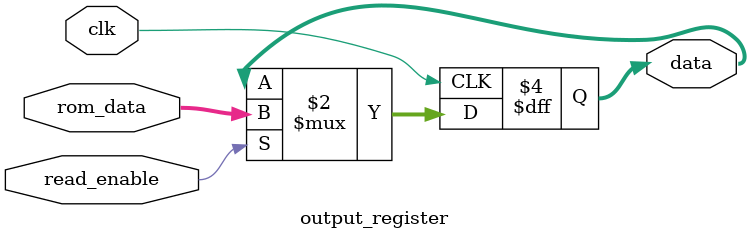
<source format=sv>
module enable_rom (
    input wire clk,
    input wire en,
    input wire [3:0] addr,
    output wire [7:0] data
);
    // 内部连线
    wire [7:0] rom_data;
    wire read_enable;
    
    // 地址译码与使能控制
    enable_controller enable_ctrl (
        .clk(clk),
        .en(en),
        .read_enable(read_enable)
    );
    
    // 存储单元模块
    rom_memory memory_unit (
        .addr(addr),
        .rom_data(rom_data)
    );
    
    // 输出寄存器模块
    output_register output_reg (
        .clk(clk),
        .read_enable(read_enable),
        .rom_data(rom_data),
        .data(data)
    );
endmodule

module enable_controller (
    input wire clk,
    input wire en,
    output reg read_enable
);
    // 使能控制逻辑
    always @(posedge clk) begin
        read_enable <= en;
    end
endmodule

module rom_memory (
    input wire [3:0] addr,
    output wire [7:0] rom_data
);
    // 存储单元实现
    reg [7:0] rom [0:15];
    
    // ROM初始化
    initial begin
        rom[0] = 8'h12; rom[1] = 8'h34; rom[2] = 8'h56; rom[3] = 8'h78;
        rom[4] = 8'h9A; rom[5] = 8'hBC; rom[6] = 8'hDE; rom[7] = 8'hF0;
        rom[8] = 8'h00; rom[9] = 8'h00; rom[10] = 8'h00; rom[11] = 8'h00;
        rom[12] = 8'h00; rom[13] = 8'h00; rom[14] = 8'h00; rom[15] = 8'h00;
    end
    
    // 直接读取数据，不受时钟控制
    assign rom_data = rom[addr];
endmodule

module output_register (
    input wire clk,
    input wire read_enable,
    input wire [7:0] rom_data,
    output reg [7:0] data
);
    // 输出寄存器逻辑
    always @(posedge clk) begin
        if (read_enable)
            data <= rom_data;
    end
endmodule
</source>
